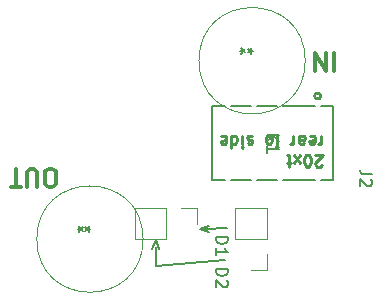
<source format=gbr>
%TF.GenerationSoftware,KiCad,Pcbnew,7.0.6*%
%TF.CreationDate,2024-04-06T17:48:28-04:00*%
%TF.ProjectId,rearbox_peripheral_io_side,72656172-626f-4785-9f70-657269706865,rev?*%
%TF.SameCoordinates,Original*%
%TF.FileFunction,Legend,Top*%
%TF.FilePolarity,Positive*%
%FSLAX46Y46*%
G04 Gerber Fmt 4.6, Leading zero omitted, Abs format (unit mm)*
G04 Created by KiCad (PCBNEW 7.0.6) date 2024-04-06 17:48:28*
%MOMM*%
%LPD*%
G01*
G04 APERTURE LIST*
%ADD10C,0.150000*%
%ADD11C,0.300000*%
%ADD12C,0.250000*%
%ADD13C,0.120000*%
%ADD14C,0.100000*%
%ADD15C,0.152400*%
%ADD16C,0.254000*%
G04 APERTURE END LIST*
D10*
X101374580Y-81362779D02*
X102374580Y-81362779D01*
X102374580Y-81362779D02*
X102374580Y-81600874D01*
X102374580Y-81600874D02*
X102326961Y-81743731D01*
X102326961Y-81743731D02*
X102231723Y-81838969D01*
X102231723Y-81838969D02*
X102136485Y-81886588D01*
X102136485Y-81886588D02*
X101946009Y-81934207D01*
X101946009Y-81934207D02*
X101803152Y-81934207D01*
X101803152Y-81934207D02*
X101612676Y-81886588D01*
X101612676Y-81886588D02*
X101517438Y-81838969D01*
X101517438Y-81838969D02*
X101422200Y-81743731D01*
X101422200Y-81743731D02*
X101374580Y-81600874D01*
X101374580Y-81600874D02*
X101374580Y-81362779D01*
X101374580Y-82886588D02*
X101374580Y-82315160D01*
X101374580Y-82600874D02*
X102374580Y-82600874D01*
X102374580Y-82600874D02*
X102231723Y-82505636D01*
X102231723Y-82505636D02*
X102136485Y-82410398D01*
X102136485Y-82410398D02*
X102088866Y-82315160D01*
X101374580Y-84077065D02*
X102374580Y-84077065D01*
X102374580Y-84077065D02*
X102374580Y-84315160D01*
X102374580Y-84315160D02*
X102326961Y-84458017D01*
X102326961Y-84458017D02*
X102231723Y-84553255D01*
X102231723Y-84553255D02*
X102136485Y-84600874D01*
X102136485Y-84600874D02*
X101946009Y-84648493D01*
X101946009Y-84648493D02*
X101803152Y-84648493D01*
X101803152Y-84648493D02*
X101612676Y-84600874D01*
X101612676Y-84600874D02*
X101517438Y-84553255D01*
X101517438Y-84553255D02*
X101422200Y-84458017D01*
X101422200Y-84458017D02*
X101374580Y-84315160D01*
X101374580Y-84315160D02*
X101374580Y-84077065D01*
X102279342Y-85029446D02*
X102326961Y-85077065D01*
X102326961Y-85077065D02*
X102374580Y-85172303D01*
X102374580Y-85172303D02*
X102374580Y-85410398D01*
X102374580Y-85410398D02*
X102326961Y-85505636D01*
X102326961Y-85505636D02*
X102279342Y-85553255D01*
X102279342Y-85553255D02*
X102184104Y-85600874D01*
X102184104Y-85600874D02*
X102088866Y-85600874D01*
X102088866Y-85600874D02*
X101946009Y-85553255D01*
X101946009Y-85553255D02*
X101374580Y-84981827D01*
X101374580Y-84981827D02*
X101374580Y-85600874D01*
X102158800Y-83261200D02*
X96316800Y-83769200D01*
X96316800Y-83769200D02*
X96266000Y-82194400D01*
X102311200Y-80568800D02*
X100431600Y-80670400D01*
X96554847Y-82378684D02*
X96269133Y-81616779D01*
X96269133Y-81616779D02*
X95983419Y-82378684D01*
D11*
X111357889Y-65781971D02*
X111357889Y-67281971D01*
X110643603Y-65781971D02*
X110643603Y-67281971D01*
X110643603Y-67281971D02*
X109786460Y-65781971D01*
X109786460Y-65781971D02*
X109786460Y-67281971D01*
D12*
X110338250Y-75294142D02*
X110290631Y-75341761D01*
X110290631Y-75341761D02*
X110195393Y-75389380D01*
X110195393Y-75389380D02*
X109957298Y-75389380D01*
X109957298Y-75389380D02*
X109862060Y-75341761D01*
X109862060Y-75341761D02*
X109814441Y-75294142D01*
X109814441Y-75294142D02*
X109766822Y-75198904D01*
X109766822Y-75198904D02*
X109766822Y-75103666D01*
X109766822Y-75103666D02*
X109814441Y-74960809D01*
X109814441Y-74960809D02*
X110385869Y-74389380D01*
X110385869Y-74389380D02*
X109766822Y-74389380D01*
X109147774Y-75389380D02*
X109052536Y-75389380D01*
X109052536Y-75389380D02*
X108957298Y-75341761D01*
X108957298Y-75341761D02*
X108909679Y-75294142D01*
X108909679Y-75294142D02*
X108862060Y-75198904D01*
X108862060Y-75198904D02*
X108814441Y-75008428D01*
X108814441Y-75008428D02*
X108814441Y-74770333D01*
X108814441Y-74770333D02*
X108862060Y-74579857D01*
X108862060Y-74579857D02*
X108909679Y-74484619D01*
X108909679Y-74484619D02*
X108957298Y-74437000D01*
X108957298Y-74437000D02*
X109052536Y-74389380D01*
X109052536Y-74389380D02*
X109147774Y-74389380D01*
X109147774Y-74389380D02*
X109243012Y-74437000D01*
X109243012Y-74437000D02*
X109290631Y-74484619D01*
X109290631Y-74484619D02*
X109338250Y-74579857D01*
X109338250Y-74579857D02*
X109385869Y-74770333D01*
X109385869Y-74770333D02*
X109385869Y-75008428D01*
X109385869Y-75008428D02*
X109338250Y-75198904D01*
X109338250Y-75198904D02*
X109290631Y-75294142D01*
X109290631Y-75294142D02*
X109243012Y-75341761D01*
X109243012Y-75341761D02*
X109147774Y-75389380D01*
X108481107Y-74389380D02*
X107957298Y-75056047D01*
X108481107Y-75056047D02*
X107957298Y-74389380D01*
X107719202Y-75056047D02*
X107338250Y-75056047D01*
X107576345Y-75389380D02*
X107576345Y-74532238D01*
X107576345Y-74532238D02*
X107528726Y-74437000D01*
X107528726Y-74437000D02*
X107433488Y-74389380D01*
X107433488Y-74389380D02*
X107338250Y-74389380D01*
X110290631Y-72779380D02*
X110290631Y-73446047D01*
X110290631Y-73255571D02*
X110243012Y-73350809D01*
X110243012Y-73350809D02*
X110195393Y-73398428D01*
X110195393Y-73398428D02*
X110100155Y-73446047D01*
X110100155Y-73446047D02*
X110004917Y-73446047D01*
X109290631Y-72827000D02*
X109385869Y-72779380D01*
X109385869Y-72779380D02*
X109576345Y-72779380D01*
X109576345Y-72779380D02*
X109671583Y-72827000D01*
X109671583Y-72827000D02*
X109719202Y-72922238D01*
X109719202Y-72922238D02*
X109719202Y-73303190D01*
X109719202Y-73303190D02*
X109671583Y-73398428D01*
X109671583Y-73398428D02*
X109576345Y-73446047D01*
X109576345Y-73446047D02*
X109385869Y-73446047D01*
X109385869Y-73446047D02*
X109290631Y-73398428D01*
X109290631Y-73398428D02*
X109243012Y-73303190D01*
X109243012Y-73303190D02*
X109243012Y-73207952D01*
X109243012Y-73207952D02*
X109719202Y-73112714D01*
X108385869Y-72779380D02*
X108385869Y-73303190D01*
X108385869Y-73303190D02*
X108433488Y-73398428D01*
X108433488Y-73398428D02*
X108528726Y-73446047D01*
X108528726Y-73446047D02*
X108719202Y-73446047D01*
X108719202Y-73446047D02*
X108814440Y-73398428D01*
X108385869Y-72827000D02*
X108481107Y-72779380D01*
X108481107Y-72779380D02*
X108719202Y-72779380D01*
X108719202Y-72779380D02*
X108814440Y-72827000D01*
X108814440Y-72827000D02*
X108862059Y-72922238D01*
X108862059Y-72922238D02*
X108862059Y-73017476D01*
X108862059Y-73017476D02*
X108814440Y-73112714D01*
X108814440Y-73112714D02*
X108719202Y-73160333D01*
X108719202Y-73160333D02*
X108481107Y-73160333D01*
X108481107Y-73160333D02*
X108385869Y-73207952D01*
X107909678Y-72779380D02*
X107909678Y-73446047D01*
X107909678Y-73255571D02*
X107862059Y-73350809D01*
X107862059Y-73350809D02*
X107814440Y-73398428D01*
X107814440Y-73398428D02*
X107719202Y-73446047D01*
X107719202Y-73446047D02*
X107623964Y-73446047D01*
X106528725Y-72779380D02*
X106528725Y-73446047D01*
X106528725Y-73779380D02*
X106576344Y-73731761D01*
X106576344Y-73731761D02*
X106528725Y-73684142D01*
X106528725Y-73684142D02*
X106481106Y-73731761D01*
X106481106Y-73731761D02*
X106528725Y-73779380D01*
X106528725Y-73779380D02*
X106528725Y-73684142D01*
X105909678Y-72779380D02*
X106004916Y-72827000D01*
X106004916Y-72827000D02*
X106052535Y-72874619D01*
X106052535Y-72874619D02*
X106100154Y-72969857D01*
X106100154Y-72969857D02*
X106100154Y-73255571D01*
X106100154Y-73255571D02*
X106052535Y-73350809D01*
X106052535Y-73350809D02*
X106004916Y-73398428D01*
X106004916Y-73398428D02*
X105909678Y-73446047D01*
X105909678Y-73446047D02*
X105766821Y-73446047D01*
X105766821Y-73446047D02*
X105671583Y-73398428D01*
X105671583Y-73398428D02*
X105623964Y-73350809D01*
X105623964Y-73350809D02*
X105576345Y-73255571D01*
X105576345Y-73255571D02*
X105576345Y-72969857D01*
X105576345Y-72969857D02*
X105623964Y-72874619D01*
X105623964Y-72874619D02*
X105671583Y-72827000D01*
X105671583Y-72827000D02*
X105766821Y-72779380D01*
X105766821Y-72779380D02*
X105909678Y-72779380D01*
X104433487Y-72827000D02*
X104338249Y-72779380D01*
X104338249Y-72779380D02*
X104147773Y-72779380D01*
X104147773Y-72779380D02*
X104052535Y-72827000D01*
X104052535Y-72827000D02*
X104004916Y-72922238D01*
X104004916Y-72922238D02*
X104004916Y-72969857D01*
X104004916Y-72969857D02*
X104052535Y-73065095D01*
X104052535Y-73065095D02*
X104147773Y-73112714D01*
X104147773Y-73112714D02*
X104290630Y-73112714D01*
X104290630Y-73112714D02*
X104385868Y-73160333D01*
X104385868Y-73160333D02*
X104433487Y-73255571D01*
X104433487Y-73255571D02*
X104433487Y-73303190D01*
X104433487Y-73303190D02*
X104385868Y-73398428D01*
X104385868Y-73398428D02*
X104290630Y-73446047D01*
X104290630Y-73446047D02*
X104147773Y-73446047D01*
X104147773Y-73446047D02*
X104052535Y-73398428D01*
X103576344Y-72779380D02*
X103576344Y-73446047D01*
X103576344Y-73779380D02*
X103623963Y-73731761D01*
X103623963Y-73731761D02*
X103576344Y-73684142D01*
X103576344Y-73684142D02*
X103528725Y-73731761D01*
X103528725Y-73731761D02*
X103576344Y-73779380D01*
X103576344Y-73779380D02*
X103576344Y-73684142D01*
X102671583Y-72779380D02*
X102671583Y-73779380D01*
X102671583Y-72827000D02*
X102766821Y-72779380D01*
X102766821Y-72779380D02*
X102957297Y-72779380D01*
X102957297Y-72779380D02*
X103052535Y-72827000D01*
X103052535Y-72827000D02*
X103100154Y-72874619D01*
X103100154Y-72874619D02*
X103147773Y-72969857D01*
X103147773Y-72969857D02*
X103147773Y-73255571D01*
X103147773Y-73255571D02*
X103100154Y-73350809D01*
X103100154Y-73350809D02*
X103052535Y-73398428D01*
X103052535Y-73398428D02*
X102957297Y-73446047D01*
X102957297Y-73446047D02*
X102766821Y-73446047D01*
X102766821Y-73446047D02*
X102671583Y-73398428D01*
X101814440Y-72827000D02*
X101909678Y-72779380D01*
X101909678Y-72779380D02*
X102100154Y-72779380D01*
X102100154Y-72779380D02*
X102195392Y-72827000D01*
X102195392Y-72827000D02*
X102243011Y-72922238D01*
X102243011Y-72922238D02*
X102243011Y-73303190D01*
X102243011Y-73303190D02*
X102195392Y-73398428D01*
X102195392Y-73398428D02*
X102100154Y-73446047D01*
X102100154Y-73446047D02*
X101909678Y-73446047D01*
X101909678Y-73446047D02*
X101814440Y-73398428D01*
X101814440Y-73398428D02*
X101766821Y-73303190D01*
X101766821Y-73303190D02*
X101766821Y-73207952D01*
X101766821Y-73207952D02*
X102243011Y-73112714D01*
D10*
X100768284Y-80381552D02*
X100006379Y-80667266D01*
X100006379Y-80667266D02*
X100768284Y-80952980D01*
D11*
X87500974Y-77086371D02*
X87215260Y-77086371D01*
X87215260Y-77086371D02*
X87072403Y-77014942D01*
X87072403Y-77014942D02*
X86929546Y-76872085D01*
X86929546Y-76872085D02*
X86858117Y-76586371D01*
X86858117Y-76586371D02*
X86858117Y-76086371D01*
X86858117Y-76086371D02*
X86929546Y-75800657D01*
X86929546Y-75800657D02*
X87072403Y-75657800D01*
X87072403Y-75657800D02*
X87215260Y-75586371D01*
X87215260Y-75586371D02*
X87500974Y-75586371D01*
X87500974Y-75586371D02*
X87643832Y-75657800D01*
X87643832Y-75657800D02*
X87786689Y-75800657D01*
X87786689Y-75800657D02*
X87858117Y-76086371D01*
X87858117Y-76086371D02*
X87858117Y-76586371D01*
X87858117Y-76586371D02*
X87786689Y-76872085D01*
X87786689Y-76872085D02*
X87643832Y-77014942D01*
X87643832Y-77014942D02*
X87500974Y-77086371D01*
X86215260Y-77086371D02*
X86215260Y-75872085D01*
X86215260Y-75872085D02*
X86143831Y-75729228D01*
X86143831Y-75729228D02*
X86072403Y-75657800D01*
X86072403Y-75657800D02*
X85929545Y-75586371D01*
X85929545Y-75586371D02*
X85643831Y-75586371D01*
X85643831Y-75586371D02*
X85500974Y-75657800D01*
X85500974Y-75657800D02*
X85429545Y-75729228D01*
X85429545Y-75729228D02*
X85358117Y-75872085D01*
X85358117Y-75872085D02*
X85358117Y-77086371D01*
X84858116Y-77086371D02*
X84000974Y-77086371D01*
X84429545Y-75586371D02*
X84429545Y-77086371D01*
D10*
X90740781Y-80691274D02*
X90502686Y-80691274D01*
X90597924Y-80453179D02*
X90502686Y-80691274D01*
X90502686Y-80691274D02*
X90597924Y-80929369D01*
X90312210Y-80548417D02*
X90502686Y-80691274D01*
X90502686Y-80691274D02*
X90312210Y-80834131D01*
X89650420Y-80691273D02*
X89888515Y-80691273D01*
X89793277Y-80929368D02*
X89888515Y-80691273D01*
X89888515Y-80691273D02*
X89793277Y-80453178D01*
X90078991Y-80834130D02*
X89888515Y-80691273D01*
X89888515Y-80691273D02*
X90078991Y-80548416D01*
X105717180Y-72676705D02*
X106717180Y-72676705D01*
X105717180Y-73248133D02*
X106288609Y-72819562D01*
X106717180Y-73248133D02*
X106145752Y-72676705D01*
X105717180Y-74200514D02*
X105717180Y-73629086D01*
X105717180Y-73914800D02*
X106717180Y-73914800D01*
X106717180Y-73914800D02*
X106574323Y-73819562D01*
X106574323Y-73819562D02*
X106479085Y-73724324D01*
X106479085Y-73724324D02*
X106431466Y-73629086D01*
X114571580Y-76052776D02*
X113857295Y-76052776D01*
X113857295Y-76052776D02*
X113714438Y-76005157D01*
X113714438Y-76005157D02*
X113619200Y-75909919D01*
X113619200Y-75909919D02*
X113571580Y-75767062D01*
X113571580Y-75767062D02*
X113571580Y-75671824D01*
X114476342Y-76481348D02*
X114523961Y-76528967D01*
X114523961Y-76528967D02*
X114571580Y-76624205D01*
X114571580Y-76624205D02*
X114571580Y-76862300D01*
X114571580Y-76862300D02*
X114523961Y-76957538D01*
X114523961Y-76957538D02*
X114476342Y-77005157D01*
X114476342Y-77005157D02*
X114381104Y-77052776D01*
X114381104Y-77052776D02*
X114285866Y-77052776D01*
X114285866Y-77052776D02*
X114143009Y-77005157D01*
X114143009Y-77005157D02*
X113571580Y-76433729D01*
X113571580Y-76433729D02*
X113571580Y-77052776D01*
X104470781Y-65586132D02*
X104232686Y-65586132D01*
X104327924Y-65348037D02*
X104232686Y-65586132D01*
X104232686Y-65586132D02*
X104327924Y-65824227D01*
X104042210Y-65443275D02*
X104232686Y-65586132D01*
X104232686Y-65586132D02*
X104042210Y-65728989D01*
X103380420Y-65586131D02*
X103618515Y-65586131D01*
X103523277Y-65824226D02*
X103618515Y-65586131D01*
X103618515Y-65586131D02*
X103523277Y-65348036D01*
X103808991Y-65728988D02*
X103618515Y-65586131D01*
X103618515Y-65586131D02*
X103808991Y-65443274D01*
D13*
%TO.C,J6*%
X99734600Y-78883200D02*
X99734600Y-80213200D01*
X98404600Y-78883200D02*
X99734600Y-78883200D01*
X97134600Y-78883200D02*
X94534600Y-78883200D01*
X97134600Y-78883200D02*
X97134600Y-81543200D01*
X94534600Y-78883200D02*
X94534600Y-81543200D01*
X97134600Y-81543200D02*
X94534600Y-81543200D01*
D14*
%TO.C,J3*%
X95196400Y-81531252D02*
G75*
G03*
X95196400Y-81531252I-4500000J0D01*
G01*
D13*
%TO.C,J4*%
X105673200Y-84134000D02*
X104343200Y-84134000D01*
X105673200Y-82804000D02*
X105673200Y-84134000D01*
X105673200Y-81534000D02*
X105673200Y-78934000D01*
X105673200Y-81534000D02*
X103013200Y-81534000D01*
X105673200Y-78934000D02*
X103013200Y-78934000D01*
X103013200Y-81534000D02*
X103013200Y-78934000D01*
D15*
%TO.C,K1*%
X111302800Y-70290600D02*
X110220035Y-70290600D01*
X109731565Y-70290600D02*
X107020036Y-70290600D01*
X106531566Y-70290600D02*
X104820036Y-70290600D01*
X104331565Y-70290600D02*
X102620037Y-70290600D01*
X102131567Y-70290600D02*
X101041200Y-70290600D01*
X101041200Y-70290600D02*
X101041200Y-76539000D01*
X111302800Y-76539000D02*
X111302800Y-70290600D01*
X110220035Y-76539000D02*
X111302800Y-76539000D01*
X107020036Y-76539000D02*
X109731565Y-76539000D01*
X104820036Y-76539000D02*
X106531566Y-76539000D01*
X102620037Y-76539000D02*
X104331565Y-76539000D01*
X101041200Y-76539000D02*
X102131567Y-76539000D01*
D16*
X110229800Y-69419200D02*
G75*
G03*
X110229800Y-69419200I-254000J0D01*
G01*
D14*
%TO.C,J2*%
X108926400Y-66426110D02*
G75*
G03*
X108926400Y-66426110I-4500000J0D01*
G01*
%TD*%
M02*

</source>
